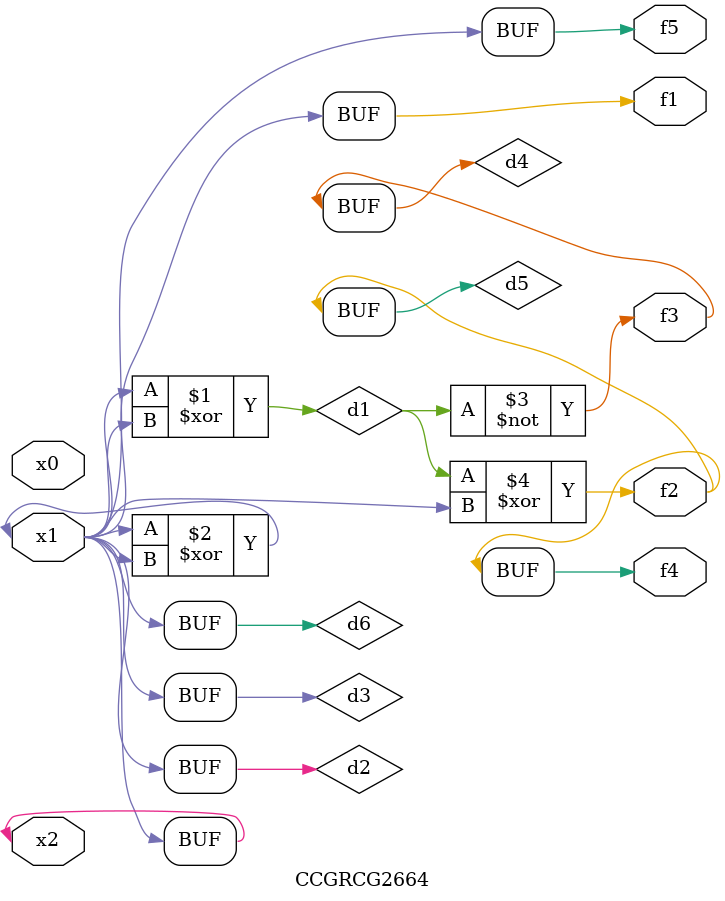
<source format=v>
module CCGRCG2664(
	input x0, x1, x2,
	output f1, f2, f3, f4, f5
);

	wire d1, d2, d3, d4, d5, d6;

	xor (d1, x1, x2);
	buf (d2, x1, x2);
	xor (d3, x1, x2);
	nor (d4, d1);
	xor (d5, d1, d2);
	buf (d6, d2, d3);
	assign f1 = d6;
	assign f2 = d5;
	assign f3 = d4;
	assign f4 = d5;
	assign f5 = d6;
endmodule

</source>
